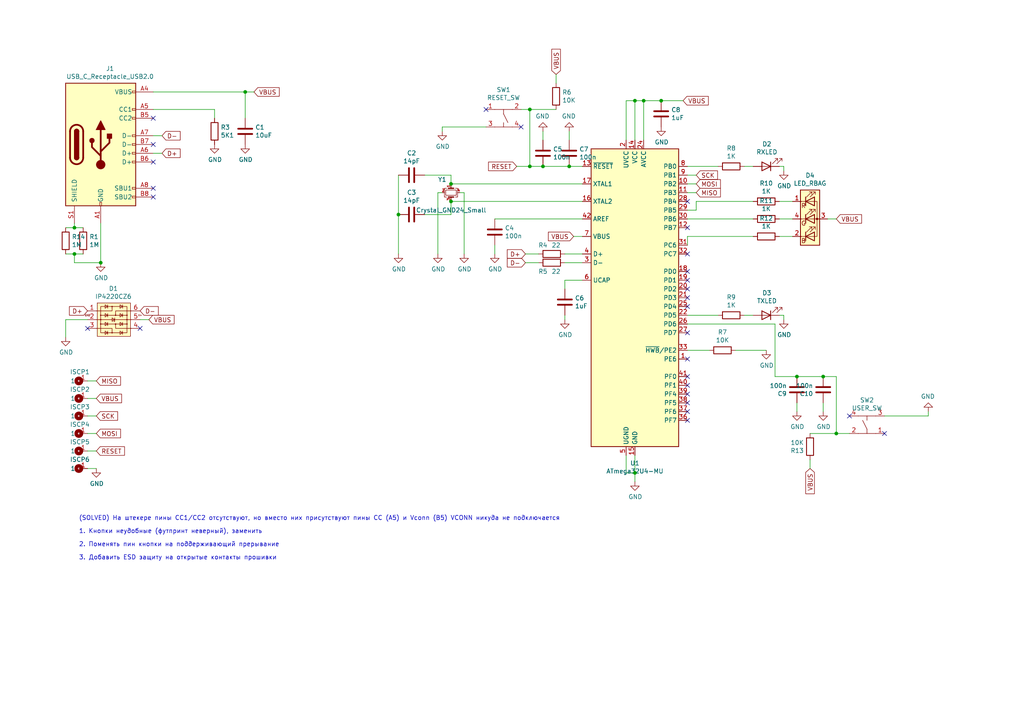
<source format=kicad_sch>
(kicad_sch (version 20211123) (generator eeschema)
  (paper "A4")
  (lib_symbols
    (symbol "Connector:USB_C_Receptacle_USB2.0" (pin_names (offset 1.016))
      (property "Reference" "J" (at -10.16 19.05 0))
      (property "Value" "USB_C_Receptacle_USB2.0" (at 19.05 19.05 0))
      (symbol "USB_C_Receptacle_USB2.0_0_0"
        (rectangle (start -0.254 -17.78) (end 0.254 -16.764))
        (rectangle (start 10.16 -14.986) (end 9.144 -15.494))
        (rectangle (start 10.16 -12.446) (end 9.144 -12.954))
        (rectangle (start 10.16 -4.826) (end 9.144 -5.334))
        (rectangle (start 10.16 -2.286) (end 9.144 -2.794))
        (rectangle (start 10.16 0.254) (end 9.144 -0.254))
        (rectangle (start 10.16 2.794) (end 9.144 2.286))
        (rectangle (start 10.16 7.874) (end 9.144 7.366))
        (rectangle (start 10.16 10.414) (end 9.144 9.906))
        (rectangle (start 10.16 15.494) (end 9.144 14.986))
      )
      (symbol "USB_C_Receptacle_USB2.0_0_1"
        (rectangle (start -10.16 17.78) (end 10.16 -17.78) (stroke (width 0.254)) (fill (type background)))
        (arc (start -8.89 -3.81) (mid -6.985 -5.715) (end -5.08 -3.81) (stroke (width 0.508)))
        (arc (start -7.62 -3.81) (mid -6.985 -4.445) (end -6.35 -3.81) (stroke (width 0.254)))
        (arc (start -7.62 -3.81) (mid -6.985 -4.445) (end -6.35 -3.81) (stroke (width 0.254)) (fill (type outline)))
        (rectangle (start -7.62 -3.81) (end -6.35 3.81) (stroke (width 0.254)) (fill (type outline)))
        (arc (start -6.35 3.81) (mid -6.985 4.445) (end -7.62 3.81) (stroke (width 0.254)))
        (arc (start -6.35 3.81) (mid -6.985 4.445) (end -7.62 3.81) (stroke (width 0.254)) (fill (type outline)))
        (arc (start -5.08 3.81) (mid -6.985 5.715) (end -8.89 3.81) (stroke (width 0.508)))
        (circle (center -2.54 1.143) (radius 0.635) (stroke (width 0.254)) (fill (type outline)))
        (circle (center 0 -5.842) (radius 1.27) (fill (type outline)))
        (polyline (pts (xy -8.89 -3.81) (xy -8.89 3.81)) (stroke (width 0.508)))
        (polyline (pts (xy -5.08 3.81) (xy -5.08 -3.81)) (stroke (width 0.508)))
        (polyline (pts (xy 0 -5.842) (xy 0 4.318)) (stroke (width 0.508)))
        (polyline (pts (xy 0 -3.302) (xy -2.54 -0.762) (xy -2.54 0.508)) (stroke (width 0.508)))
        (polyline (pts (xy 0 -2.032) (xy 2.54 0.508) (xy 2.54 1.778)) (stroke (width 0.508)))
        (polyline (pts (xy -1.27 4.318) (xy 0 6.858) (xy 1.27 4.318) (xy -1.27 4.318)) (stroke (width 0.254)) (fill (type outline)))
        (rectangle (start 1.905 1.778) (end 3.175 3.048) (stroke (width 0.254)) (fill (type outline)))
      )
      (symbol "USB_C_Receptacle_USB2.0_1_1"
        (pin passive line (at 0 -22.86 90) (length 5.08) (name "GND") (number "A1"))
        (pin passive line (at 0 -22.86 90) (length 5.08) hide (name "GND") (number "A12"))
        (pin passive line (at 15.24 15.24 180) (length 5.08) (name "VBUS") (number "A4"))
        (pin bidirectional line (at 15.24 10.16 180) (length 5.08) (name "CC1") (number "A5"))
        (pin bidirectional line (at 15.24 -2.54 180) (length 5.08) (name "D+") (number "A6"))
        (pin bidirectional line (at 15.24 2.54 180) (length 5.08) (name "D-") (number "A7"))
        (pin bidirectional line (at 15.24 -12.7 180) (length 5.08) (name "SBU1") (number "A8"))
        (pin passive line (at 15.24 15.24 180) (length 5.08) hide (name "VBUS") (number "A9"))
        (pin passive line (at 0 -22.86 90) (length 5.08) hide (name "GND") (number "B1"))
        (pin passive line (at 0 -22.86 90) (length 5.08) hide (name "GND") (number "B12"))
        (pin passive line (at 15.24 15.24 180) (length 5.08) hide (name "VBUS") (number "B4"))
        (pin bidirectional line (at 15.24 7.62 180) (length 5.08) (name "CC2") (number "B5"))
        (pin bidirectional line (at 15.24 -5.08 180) (length 5.08) (name "D+") (number "B6"))
        (pin bidirectional line (at 15.24 0 180) (length 5.08) (name "D-") (number "B7"))
        (pin bidirectional line (at 15.24 -15.24 180) (length 5.08) (name "SBU2") (number "B8"))
        (pin passive line (at 15.24 15.24 180) (length 5.08) hide (name "VBUS") (number "B9"))
        (pin passive line (at -7.62 -22.86 90) (length 5.08) (name "SHIELD") (number "S1"))
      )
    )
    (symbol "Device:C" (pin_numbers hide) (pin_names (offset 0.254))
      (property "Reference" "C" (at 0.635 2.54 0))
      (property "Value" "C" (at 0.635 -2.54 0))
      (symbol "C_0_1"
        (polyline (pts (xy -2.032 -0.762) (xy 2.032 -0.762)) (stroke (width 0.508)))
        (polyline (pts (xy -2.032 0.762) (xy 2.032 0.762)) (stroke (width 0.508)))
      )
      (symbol "C_1_1"
        (pin passive line (at 0 3.81 270) (length 2.794) (name "~") (number "1"))
        (pin passive line (at 0 -3.81 90) (length 2.794) (name "~") (number "2"))
      )
    )
    (symbol "Device:Crystal_GND24_Small" (pin_names (offset 1.016) hide)
      (property "Reference" "Y" (at 1.27 4.445 0))
      (property "Value" "Crystal_GND24_Small" (at 1.27 2.54 0))
      (symbol "Crystal_GND24_Small_0_1"
        (rectangle (start -0.762 -1.524) (end 0.762 1.524))
        (polyline (pts (xy -1.27 -0.762) (xy -1.27 0.762)) (stroke (width 0.381)))
        (polyline (pts (xy 1.27 -0.762) (xy 1.27 0.762)) (stroke (width 0.381)))
        (polyline (pts (xy -1.27 -1.27) (xy -1.27 -1.905) (xy 1.27 -1.905) (xy 1.27 -1.27)))
        (polyline (pts (xy -1.27 1.27) (xy -1.27 1.905) (xy 1.27 1.905) (xy 1.27 1.27)))
      )
      (symbol "Crystal_GND24_Small_1_1"
        (pin passive line (at -2.54 0 0) (length 1.27) (name "1") (number "1"))
        (pin passive line (at 0 -2.54 90) (length 0.635) (name "2") (number "2"))
        (pin passive line (at 2.54 0 180) (length 1.27) (name "3") (number "3"))
        (pin passive line (at 0 2.54 270) (length 0.635) (name "4") (number "4"))
      )
    )
    (symbol "Device:LED" (pin_numbers hide) (pin_names (offset 1.016) hide)
      (property "Reference" "D" (at 0 2.54 0))
      (property "Value" "LED" (at 0 -2.54 0))
      (symbol "LED_0_1"
        (polyline (pts (xy -1.27 -1.27) (xy -1.27 1.27)) (stroke (width 0.254)))
        (polyline (pts (xy -1.27 0) (xy 1.27 0)))
        (polyline (pts (xy 1.27 -1.27) (xy 1.27 1.27) (xy -1.27 0) (xy 1.27 -1.27)) (stroke (width 0.254)))
        (polyline (pts (xy -3.048 -0.762) (xy -4.572 -2.286) (xy -3.81 -2.286) (xy -4.572 -2.286) (xy -4.572 -1.524)))
        (polyline (pts (xy -1.778 -0.762) (xy -3.302 -2.286) (xy -2.54 -2.286) (xy -3.302 -2.286) (xy -3.302 -1.524)))
      )
      (symbol "LED_1_1"
        (pin passive line (at -3.81 0 0) (length 2.54) (name "K") (number "1"))
        (pin passive line (at 3.81 0 180) (length 2.54) (name "A") (number "2"))
      )
    )
    (symbol "Device:LED_RBAG" (pin_names (offset 0) hide)
      (property "Reference" "D" (at 0 9.398 0))
      (property "Value" "LED_RBAG" (at 0 -8.89 0))
      (symbol "LED_RBAG_0_0"
        (text "B" (at -1.905 -6.35 0) (effects (font (size 1.27 1.27))))
        (text "G" (at -1.905 -1.27 0) (effects (font (size 1.27 1.27))))
        (text "R" (at -1.905 3.81 0) (effects (font (size 1.27 1.27))))
      )
      (symbol "LED_RBAG_0_1"
        (polyline (pts (xy -1.27 -5.08) (xy -2.54 -5.08)))
        (polyline (pts (xy -1.27 -5.08) (xy 1.27 -5.08)))
        (polyline (pts (xy -1.27 -3.81) (xy -1.27 -6.35)) (stroke (width 0.254)))
        (polyline (pts (xy -1.27 0) (xy -2.54 0)))
        (polyline (pts (xy -1.27 1.27) (xy -1.27 -1.27)) (stroke (width 0.254)))
        (polyline (pts (xy -1.27 5.08) (xy -2.54 5.08)))
        (polyline (pts (xy -1.27 5.08) (xy 1.27 5.08)))
        (polyline (pts (xy -1.27 6.35) (xy -1.27 3.81)) (stroke (width 0.254)))
        (polyline (pts (xy 1.27 0) (xy -1.27 0)))
        (polyline (pts (xy 1.27 0) (xy 2.54 0)))
        (polyline (pts (xy -1.27 1.27) (xy -1.27 -1.27) (xy -1.27 -1.27)))
        (polyline (pts (xy -1.27 6.35) (xy -1.27 3.81) (xy -1.27 3.81)))
        (polyline (pts (xy 1.27 -5.08) (xy 2.032 -5.08) (xy 2.032 5.08) (xy 1.27 5.08)))
        (polyline (pts (xy 1.27 -3.81) (xy 1.27 -6.35) (xy -1.27 -5.08) (xy 1.27 -3.81)) (stroke (width 0.254)))
        (polyline (pts (xy 1.27 1.27) (xy 1.27 -1.27) (xy -1.27 0) (xy 1.27 1.27)) (stroke (width 0.254)))
        (polyline (pts (xy 1.27 6.35) (xy 1.27 3.81) (xy -1.27 5.08) (xy 1.27 6.35)) (stroke (width 0.254)))
        (polyline (pts (xy -1.016 -3.81) (xy 0.508 -2.286) (xy -0.254 -2.286) (xy 0.508 -2.286) (xy 0.508 -3.048)))
        (polyline (pts (xy -1.016 1.27) (xy 0.508 2.794) (xy -0.254 2.794) (xy 0.508 2.794) (xy 0.508 2.032)))
        (polyline (pts (xy -1.016 6.35) (xy 0.508 7.874) (xy -0.254 7.874) (xy 0.508 7.874) (xy 0.508 7.112)))
        (polyline (pts (xy 0 -3.81) (xy 1.524 -2.286) (xy 0.762 -2.286) (xy 1.524 -2.286) (xy 1.524 -3.048)))
        (polyline (pts (xy 0 1.27) (xy 1.524 2.794) (xy 0.762 2.794) (xy 1.524 2.794) (xy 1.524 2.032)))
        (polyline (pts (xy 0 6.35) (xy 1.524 7.874) (xy 0.762 7.874) (xy 1.524 7.874) (xy 1.524 7.112)))
        (rectangle (start 1.27 -1.27) (end 1.27 1.27))
        (rectangle (start 1.27 1.27) (end 1.27 1.27))
        (rectangle (start 1.27 3.81) (end 1.27 6.35))
        (rectangle (start 1.27 6.35) (end 1.27 6.35))
        (circle (center 2.032 0) (radius 0.254) (fill (type outline)))
        (rectangle (start 2.794 8.382) (end -2.794 -7.62) (stroke (width 0.254)) (fill (type background)))
      )
      (symbol "LED_RBAG_1_1"
        (pin passive line (at -5.08 5.08 0) (length 2.54) (name "RK") (number "1"))
        (pin passive line (at -5.08 -5.08 0) (length 2.54) (name "BK") (number "2"))
        (pin passive line (at 5.08 0 180) (length 2.54) (name "A") (number "3"))
        (pin passive line (at -5.08 0 0) (length 2.54) (name "GK") (number "4"))
      )
    )
    (symbol "Device:R" (pin_numbers hide) (pin_names (offset 0))
      (property "Reference" "R" (at 2.032 0 90))
      (property "Value" "R" (at 0 0 90))
      (symbol "R_0_1"
        (rectangle (start -1.016 -2.54) (end 1.016 2.54) (stroke (width 0.254)))
      )
      (symbol "R_1_1"
        (pin passive line (at 0 3.81 270) (length 1.27) (name "~") (number "1"))
        (pin passive line (at 0 -3.81 90) (length 1.27) (name "~") (number "2"))
      )
    )
    (symbol "MCU_Microchip_ATmega:ATmega32U4-MU"
      (property "Reference" "U" (at -12.7 44.45 0))
      (property "Value" "MCU_Microchip_ATmega_ATmega32U4-MU" (at 2.54 -44.45 0))
      (symbol "ATmega32U4-MU_0_1"
        (rectangle (start -12.7 -43.18) (end 12.7 43.18) (stroke (width 0.254)) (fill (type background)))
      )
      (symbol "ATmega32U4-MU_1_1"
        (pin bidirectional line (at 15.24 -17.78 180) (length 2.54) (name "PE6") (number "1"))
        (pin bidirectional line (at 15.24 33.02 180) (length 2.54) (name "PB2") (number "10"))
        (pin bidirectional line (at 15.24 30.48 180) (length 2.54) (name "PB3") (number "11"))
        (pin bidirectional line (at 15.24 20.32 180) (length 2.54) (name "PB7") (number "12"))
        (pin input line (at -15.24 38.1 0) (length 2.54) (name "~{RESET}") (number "13"))
        (pin power_in line (at 0 45.72 270) (length 2.54) (name "VCC") (number "14"))
        (pin power_in line (at 0 -45.72 90) (length 2.54) (name "GND") (number "15"))
        (pin output line (at -15.24 27.94 0) (length 2.54) (name "XTAL2") (number "16"))
        (pin input line (at -15.24 33.02 0) (length 2.54) (name "XTAL1") (number "17"))
        (pin bidirectional line (at 15.24 7.62 180) (length 2.54) (name "PD0") (number "18"))
        (pin bidirectional line (at 15.24 5.08 180) (length 2.54) (name "PD1") (number "19"))
        (pin power_in line (at -2.54 45.72 270) (length 2.54) (name "UVCC") (number "2"))
        (pin bidirectional line (at 15.24 2.54 180) (length 2.54) (name "PD2") (number "20"))
        (pin bidirectional line (at 15.24 0 180) (length 2.54) (name "PD3") (number "21"))
        (pin bidirectional line (at 15.24 -5.08 180) (length 2.54) (name "PD5") (number "22"))
        (pin passive line (at 0 -45.72 90) (length 2.54) hide (name "GND") (number "23"))
        (pin power_in line (at 2.54 45.72 270) (length 2.54) (name "AVCC") (number "24"))
        (pin bidirectional line (at 15.24 -2.54 180) (length 2.54) (name "PD4") (number "25"))
        (pin bidirectional line (at 15.24 -7.62 180) (length 2.54) (name "PD6") (number "26"))
        (pin bidirectional line (at 15.24 -10.16 180) (length 2.54) (name "PD7") (number "27"))
        (pin bidirectional line (at 15.24 27.94 180) (length 2.54) (name "PB4") (number "28"))
        (pin bidirectional line (at 15.24 25.4 180) (length 2.54) (name "PB5") (number "29"))
        (pin bidirectional line (at -15.24 10.16 0) (length 2.54) (name "D-") (number "3"))
        (pin bidirectional line (at 15.24 22.86 180) (length 2.54) (name "PB6") (number "30"))
        (pin bidirectional line (at 15.24 15.24 180) (length 2.54) (name "PC6") (number "31"))
        (pin bidirectional line (at 15.24 12.7 180) (length 2.54) (name "PC7") (number "32"))
        (pin bidirectional line (at 15.24 -15.24 180) (length 2.54) (name "~{HWB}/PE2") (number "33"))
        (pin passive line (at 0 45.72 270) (length 2.54) hide (name "VCC") (number "34"))
        (pin passive line (at 0 -45.72 90) (length 2.54) hide (name "GND") (number "35"))
        (pin bidirectional line (at 15.24 -35.56 180) (length 2.54) (name "PF7") (number "36"))
        (pin bidirectional line (at 15.24 -33.02 180) (length 2.54) (name "PF6") (number "37"))
        (pin bidirectional line (at 15.24 -30.48 180) (length 2.54) (name "PF5") (number "38"))
        (pin bidirectional line (at 15.24 -27.94 180) (length 2.54) (name "PF4") (number "39"))
        (pin bidirectional line (at -15.24 12.7 0) (length 2.54) (name "D+") (number "4"))
        (pin bidirectional line (at 15.24 -25.4 180) (length 2.54) (name "PF1") (number "40"))
        (pin bidirectional line (at 15.24 -22.86 180) (length 2.54) (name "PF0") (number "41"))
        (pin passive line (at -15.24 22.86 0) (length 2.54) (name "AREF") (number "42"))
        (pin passive line (at 0 -45.72 90) (length 2.54) hide (name "GND") (number "43"))
        (pin passive line (at 2.54 45.72 270) (length 2.54) hide (name "AVCC") (number "44"))
        (pin passive line (at 0 -45.72 90) (length 2.54) hide (name "GND") (number "45"))
        (pin passive line (at -2.54 -45.72 90) (length 2.54) (name "UGND") (number "5"))
        (pin passive line (at -15.24 5.08 0) (length 2.54) (name "UCAP") (number "6"))
        (pin input line (at -15.24 17.78 0) (length 2.54) (name "VBUS") (number "7"))
        (pin bidirectional line (at 15.24 38.1 180) (length 2.54) (name "PB0") (number "8"))
        (pin bidirectional line (at 15.24 35.56 180) (length 2.54) (name "PB1") (number "9"))
      )
    )
    (symbol "_kicad_testpads_symbol:test_pad_circle2mm" (pin_names (offset 1.016))
      (property "Reference" "TEST" (at 0 2.794 0))
      (symbol "test_pad_circle2mm_0_1"
        (circle (center 0 0) (radius 0.254) (stroke (width 1.016)))
      )
      (symbol "test_pad_circle2mm_1_1"
        (pin input line (at -2.54 0 0) (length 2.54) (name "1") (number "1"))
      )
    )
    (symbol "_mylib:IP4220CZ6" (pin_names (offset 1.016))
      (property "Reference" "D" (at -4.191 6.096 0))
      (property "Value" "_mylib_IP4220CZ6" (at 0 -6.35 0))
      (symbol "IP4220CZ6_0_0"
        (text "GND" (at -7.62 1.27 0) (effects (font (size 0.508 0.508) bold)))
        (text "V+" (at 7.62 1.27 0) (effects (font (size 0.508 0.508) bold)))
      )
      (symbol "IP4220CZ6_0_1"
        (rectangle (start -4.826 4.826) (end 4.826 -4.826) (fill (type background)))
        (circle (center -3.81 -1.27) (radius 0.127))
        (circle (center -3.81 0) (radius 0.127))
        (circle (center -3.81 1.27) (radius 0.127))
        (rectangle (start -3.81 3.81) (end 3.81 -3.81))
        (circle (center -0.508 -3.81) (radius 0.127))
        (circle (center -0.508 3.81) (radius 0.127))
        (polyline (pts (xy -5.08 0) (xy -4.826 0)))
        (polyline (pts (xy -4.318 -2.54) (xy -5.08 -2.54)))
        (polyline (pts (xy -4.318 0) (xy -4.826 0)))
        (polyline (pts (xy -4.318 2.54) (xy -5.08 2.54)))
        (polyline (pts (xy -3.81 -2.54) (xy -4.318 -2.54)))
        (polyline (pts (xy -3.81 0) (xy -4.318 0)))
        (polyline (pts (xy -3.81 1.27) (xy -3.81 1.27)))
        (polyline (pts (xy -3.81 2.54) (xy -4.318 2.54)))
        (polyline (pts (xy -3.302 -1.27) (xy -3.81 -1.27)))
        (polyline (pts (xy -3.302 1.27) (xy -3.81 1.27)))
        (polyline (pts (xy -3.302 1.27) (xy 3.302 1.27)))
        (polyline (pts (xy -1.778 -0.762) (xy -1.778 -1.778)))
        (polyline (pts (xy -1.778 1.778) (xy -1.778 0.762)))
        (polyline (pts (xy -1.778 4.318) (xy -1.778 3.302)))
        (polyline (pts (xy -0.508 -3.302) (xy -0.508 -3.81)))
        (polyline (pts (xy -0.508 3.302) (xy -0.508 3.81)))
        (polyline (pts (xy 0.254 -0.508) (xy 0 -0.508)))
        (polyline (pts (xy 0.254 0.508) (xy 0.254 -0.508)))
        (polyline (pts (xy 0.508 -1.524) (xy 0.508 -1.27)))
        (polyline (pts (xy 0.508 1.524) (xy 0.508 1.27)))
        (polyline (pts (xy 0.508 1.778) (xy 0.508 1.524)))
        (polyline (pts (xy 2.54 -3.302) (xy 2.54 -4.318)))
        (polyline (pts (xy 2.54 -0.762) (xy 2.54 -1.778)))
        (polyline (pts (xy 3.302 -1.27) (xy -3.302 -1.27)))
        (polyline (pts (xy 3.302 1.27) (xy 3.81 1.27)))
        (polyline (pts (xy 3.81 -2.54) (xy 4.318 -2.54)))
        (polyline (pts (xy 3.81 0) (xy -3.81 0)))
        (polyline (pts (xy 3.81 0) (xy 4.318 0)))
        (polyline (pts (xy 3.81 2.54) (xy 4.318 2.54)))
        (polyline (pts (xy 4.318 -2.54) (xy 4.826 -2.54)))
        (polyline (pts (xy 4.318 0) (xy 5.08 0)))
        (polyline (pts (xy 4.318 2.54) (xy 4.826 2.54)))
        (polyline (pts (xy 5.08 -2.54) (xy 4.826 -2.54)))
        (polyline (pts (xy 5.08 2.54) (xy 4.826 2.54)))
        (polyline (pts (xy -3.81 -2.54) (xy -0.508 -2.54) (xy -0.508 -3.302)))
        (polyline (pts (xy -1.778 -3.81) (xy -1.778 -3.302) (xy -1.778 -4.318)))
        (polyline (pts (xy -0.508 3.302) (xy -0.508 2.54) (xy -3.81 2.54)))
        (polyline (pts (xy 0.508 -1.524) (xy 0.508 -2.54) (xy 3.81 -2.54)))
        (polyline (pts (xy 0.508 1.778) (xy 0.508 2.54) (xy 3.81 2.54)))
        (polyline (pts (xy 2.54 1.27) (xy 2.54 1.778) (xy 2.54 0.762)))
        (polyline (pts (xy 3.302 -1.27) (xy 3.556 -1.27) (xy 3.81 -1.27)))
        (polyline (pts (xy -1.778 -3.81) (xy -2.54 -3.302) (xy -2.54 -4.318) (xy -1.778 -3.81)))
        (polyline (pts (xy -1.778 -1.27) (xy -2.54 -0.762) (xy -2.54 -1.778) (xy -1.778 -1.27)))
        (polyline (pts (xy -1.778 1.27) (xy -2.54 1.778) (xy -2.54 0.762) (xy -1.778 1.27)))
        (polyline (pts (xy -1.778 3.81) (xy -2.54 4.318) (xy -2.54 3.302) (xy -1.778 3.81)))
        (polyline (pts (xy 0.254 0) (xy -0.508 0.508) (xy -0.508 -0.508) (xy 0.254 0)))
        (polyline (pts (xy 2.54 -3.81) (xy 1.778 -3.302) (xy 1.778 -4.318) (xy 2.54 -3.81)))
        (polyline (pts (xy 2.54 -1.27) (xy 1.778 -0.762) (xy 1.778 -1.778) (xy 2.54 -1.27)))
        (polyline (pts (xy 2.54 1.27) (xy 1.778 1.778) (xy 1.778 0.762) (xy 2.54 1.27)))
        (polyline (pts (xy 2.54 4.318) (xy 2.54 3.302) (xy 2.54 3.81) (xy 1.778 4.318) (xy 1.778 3.302) (xy 2.54 3.81)))
        (circle (center 0.508 -1.27) (radius 0.127))
        (circle (center 0.508 1.27) (radius 0.127))
        (circle (center 3.81 -1.27) (radius 0.127))
        (circle (center 3.81 0) (radius 0.127))
        (circle (center 3.81 1.27) (radius 0.127))
      )
      (symbol "IP4220CZ6_1_1"
        (pin bidirectional line (at -7.62 2.54 0) (length 2.54) (name "~") (number "1"))
        (pin power_in line (at -7.62 0 0) (length 2.54) (name "~") (number "2"))
        (pin bidirectional line (at -7.62 -2.54 0) (length 2.54) (name "~") (number "3"))
        (pin bidirectional line (at 7.62 -2.54 180) (length 2.54) (name "~") (number "4"))
        (pin power_in line (at 7.62 0 180) (length 2.54) (name "~") (number "5"))
        (pin bidirectional line (at 7.62 2.54 180) (length 2.54) (name "~") (number "6"))
      )
    )
    (symbol "_mylib:tactile_switch_1" (pin_names (offset 1.016))
      (property "Reference" "SW" (at -5.08 6.35 0))
      (property "Value" "_mylib_tactile_switch_1" (at 0 -5.08 0))
      (symbol "tactile_switch_1_0_1"
        (polyline (pts (xy -2.54 2.54) (xy 2.54 2.54)))
        (polyline (pts (xy 0 -2.54) (xy 0 -1.27)))
        (polyline (pts (xy 0 1.27) (xy 1.27 -1.27)))
        (polyline (pts (xy 0 2.54) (xy 0 1.27)))
        (polyline (pts (xy 2.54 -2.54) (xy -2.54 -2.54)))
      )
      (symbol "tactile_switch_1_1_1"
        (pin passive line (at -5.08 2.54 0) (length 2.54) (name "~") (number "1"))
        (pin passive line (at 5.08 2.54 180) (length 2.54) (name "~") (number "2"))
        (pin passive line (at -5.08 -2.54 0) (length 2.54) (name "~") (number "3"))
        (pin passive line (at 5.08 -2.54 180) (length 2.54) (name "~") (number "4"))
      )
    )
    (symbol "power:GND" (power) (pin_names (offset 0))
      (property "Value" "GND" (at 0 -3.81 0))
      (symbol "GND_0_1"
        (polyline (pts (xy 0 0) (xy 0 -1.27) (xy 1.27 -1.27) (xy 0 -2.54) (xy -1.27 -1.27) (xy 0 -1.27)))
      )
      (symbol "GND_1_1"
        (pin power_in line (at 0 0 270) (length 0) hide (name "GND") (number "1"))
      )
    )
  )
  (junction (at 242.57 125.73))
  (junction (at 191.77 29.21))
  (junction (at 153.67 48.26))
  (junction (at 29.21 76.2))
  (junction (at 184.15 137.16))
  (junction (at 115.57 62.23))
  (junction (at 21.59 73.66))
  (junction (at 231.14 109.22))
  (junction (at 130.81 58.42))
  (junction (at 21.59 66.04))
  (junction (at 130.81 53.34))
  (junction (at 165.1 48.26))
  (junction (at 238.76 109.22))
  (junction (at 186.69 29.21))
  (junction (at 153.67 31.75))
  (junction (at 184.15 29.21))
  (junction (at 157.48 48.26))
  (junction (at 71.12 26.67))
  (no_connect (at 44.45 46.99))
  (no_connect (at 199.39 116.84))
  (no_connect (at 44.45 54.61))
  (no_connect (at 44.45 34.29))
  (no_connect (at 44.45 41.91))
  (no_connect (at 199.39 96.52))
  (no_connect (at 199.39 86.36))
  (no_connect (at 25.4 95.25))
  (no_connect (at 199.39 66.04))
  (no_connect (at 199.39 114.3))
  (no_connect (at 199.39 81.28))
  (no_connect (at 151.13 36.83))
  (no_connect (at 199.39 58.42))
  (no_connect (at 44.45 57.15))
  (no_connect (at 40.64 95.25))
  (no_connect (at 199.39 83.82))
  (no_connect (at 256.54 125.73))
  (no_connect (at 199.39 121.92))
  (no_connect (at 199.39 88.9))
  (no_connect (at 199.39 104.14))
  (no_connect (at 199.39 109.22))
  (no_connect (at 199.39 111.76))
  (no_connect (at 246.38 120.65))
  (no_connect (at 140.97 31.75))
  (no_connect (at 199.39 119.38))
  (no_connect (at 199.39 78.74))
  (no_connect (at 199.39 73.66))
  (wire (pts (xy 222.25 101.6) (xy 213.36 101.6)))
  (wire (pts (xy 201.93 58.42) (xy 201.93 60.96)))
  (wire (pts (xy 184.15 40.64) (xy 184.15 29.21)))
  (wire (pts (xy 165.1 48.26) (xy 157.48 48.26)))
  (wire (pts (xy 21.59 73.66) (xy 19.05 73.66)))
  (wire (pts (xy 127 55.88) (xy 127 73.66)))
  (wire (pts (xy 201.93 55.88) (xy 199.39 55.88)))
  (wire (pts (xy 71.12 26.67) (xy 71.12 34.29)))
  (wire (pts (xy 130.81 50.8) (xy 123.19 50.8)))
  (wire (pts (xy 256.54 120.65) (xy 269.24 120.65)))
  (wire (pts (xy 238.76 116.84) (xy 238.76 119.38)))
  (wire (pts (xy 130.81 58.42) (xy 130.81 62.23)))
  (wire (pts (xy 165.1 40.64) (xy 165.1 38.1)))
  (wire (pts (xy 246.38 125.73) (xy 242.57 125.73)))
  (wire (pts (xy 157.48 48.26) (xy 153.67 48.26)))
  (wire (pts (xy 184.15 137.16) (xy 184.15 132.08)))
  (wire (pts (xy 205.74 101.6) (xy 199.39 101.6)))
  (wire (pts (xy 227.33 48.26) (xy 227.33 49.53)))
  (wire (pts (xy 128.27 55.88) (xy 127 55.88)))
  (wire (pts (xy 21.59 66.04) (xy 19.05 66.04)))
  (wire (pts (xy 115.57 50.8) (xy 115.57 62.23)))
  (wire (pts (xy 115.57 73.66) (xy 115.57 62.23)))
  (wire (pts (xy 168.91 81.28) (xy 163.83 81.28)))
  (wire (pts (xy 218.44 48.26) (xy 215.9 48.26)))
  (wire (pts (xy 130.81 62.23) (xy 123.19 62.23)))
  (wire (pts (xy 163.83 81.28) (xy 163.83 83.82)))
  (wire (pts (xy 43.18 92.71) (xy 40.64 92.71)))
  (wire (pts (xy 161.29 24.13) (xy 161.29 21.59)))
  (wire (pts (xy 27.94 115.57) (xy 25.4 115.57)))
  (wire (pts (xy 184.15 29.21) (xy 186.69 29.21)))
  (wire (pts (xy 201.93 53.34) (xy 199.39 53.34)))
  (wire (pts (xy 181.61 40.64) (xy 181.61 29.21)))
  (wire (pts (xy 234.95 133.35) (xy 234.95 135.89)))
  (wire (pts (xy 44.45 39.37) (xy 46.99 39.37)))
  (wire (pts (xy 24.13 66.04) (xy 21.59 66.04)))
  (wire (pts (xy 168.91 63.5) (xy 143.51 63.5)))
  (wire (pts (xy 157.48 40.64) (xy 157.48 38.1)))
  (wire (pts (xy 27.94 110.49) (xy 25.4 110.49)))
  (wire (pts (xy 130.81 53.34) (xy 168.91 53.34)))
  (wire (pts (xy 134.62 73.66) (xy 134.62 55.88)))
  (wire (pts (xy 27.94 120.65) (xy 25.4 120.65)))
  (wire (pts (xy 218.44 68.58) (xy 199.39 68.58)))
  (wire (pts (xy 226.06 58.42) (xy 229.87 58.42)))
  (wire (pts (xy 163.83 73.66) (xy 168.91 73.66)))
  (wire (pts (xy 27.94 135.89) (xy 25.4 135.89)))
  (wire (pts (xy 73.66 26.67) (xy 71.12 26.67)))
  (wire (pts (xy 62.23 31.75) (xy 62.23 34.29)))
  (wire (pts (xy 231.14 116.84) (xy 231.14 119.38)))
  (wire (pts (xy 44.45 44.45) (xy 46.99 44.45)))
  (wire (pts (xy 156.21 76.2) (xy 152.4 76.2)))
  (wire (pts (xy 218.44 58.42) (xy 201.93 58.42)))
  (wire (pts (xy 226.06 68.58) (xy 229.87 68.58)))
  (wire (pts (xy 269.24 120.65) (xy 269.24 119.38)))
  (wire (pts (xy 201.93 60.96) (xy 199.39 60.96)))
  (wire (pts (xy 21.59 64.77) (xy 21.59 66.04)))
  (wire (pts (xy 21.59 76.2) (xy 29.21 76.2)))
  (wire (pts (xy 226.06 91.44) (xy 227.33 91.44)))
  (wire (pts (xy 181.61 29.21) (xy 184.15 29.21)))
  (wire (pts (xy 168.91 48.26) (xy 165.1 48.26)))
  (wire (pts (xy 242.57 63.5) (xy 240.03 63.5)))
  (wire (pts (xy 181.61 137.16) (xy 184.15 137.16)))
  (wire (pts (xy 181.61 132.08) (xy 181.61 137.16)))
  (wire (pts (xy 130.81 58.42) (xy 168.91 58.42)))
  (wire (pts (xy 27.94 125.73) (xy 25.4 125.73)))
  (wire (pts (xy 152.4 73.66) (xy 156.21 73.66)))
  (wire (pts (xy 151.13 31.75) (xy 153.67 31.75)))
  (wire (pts (xy 21.59 73.66) (xy 21.59 76.2)))
  (wire (pts (xy 153.67 48.26) (xy 149.86 48.26)))
  (wire (pts (xy 133.35 55.88) (xy 134.62 55.88)))
  (wire (pts (xy 186.69 29.21) (xy 191.77 29.21)))
  (wire (pts (xy 231.14 109.22) (xy 238.76 109.22)))
  (wire (pts (xy 143.51 73.66) (xy 143.51 71.12)))
  (wire (pts (xy 168.91 68.58) (xy 166.37 68.58)))
  (wire (pts (xy 242.57 125.73) (xy 234.95 125.73)))
  (wire (pts (xy 44.45 26.67) (xy 71.12 26.67)))
  (wire (pts (xy 21.59 73.66) (xy 24.13 73.66)))
  (wire (pts (xy 218.44 91.44) (xy 215.9 91.44)))
  (wire (pts (xy 163.83 91.44) (xy 163.83 92.71)))
  (wire (pts (xy 199.39 68.58) (xy 199.39 71.12)))
  (wire (pts (xy 186.69 40.64) (xy 186.69 29.21)))
  (wire (pts (xy 29.21 64.77) (xy 29.21 76.2)))
  (wire (pts (xy 224.79 93.98) (xy 199.39 93.98)))
  (wire (pts (xy 27.94 130.81) (xy 25.4 130.81)))
  (wire (pts (xy 208.28 91.44) (xy 199.39 91.44)))
  (wire (pts (xy 201.93 50.8) (xy 199.39 50.8)))
  (wire (pts (xy 224.79 109.22) (xy 224.79 93.98)))
  (wire (pts (xy 128.27 36.83) (xy 128.27 38.1)))
  (wire (pts (xy 168.91 76.2) (xy 163.83 76.2)))
  (wire (pts (xy 242.57 109.22) (xy 242.57 125.73)))
  (wire (pts (xy 184.15 139.7) (xy 184.15 137.16)))
  (wire (pts (xy 238.76 109.22) (xy 242.57 109.22)))
  (wire (pts (xy 191.77 29.21) (xy 198.12 29.21)))
  (wire (pts (xy 44.45 31.75) (xy 62.23 31.75)))
  (wire (pts (xy 153.67 31.75) (xy 161.29 31.75)))
  (wire (pts (xy 208.28 48.26) (xy 199.39 48.26)))
  (wire (pts (xy 153.67 31.75) (xy 153.67 48.26)))
  (wire (pts (xy 226.06 63.5) (xy 229.87 63.5)))
  (wire (pts (xy 227.33 91.44) (xy 227.33 92.71)))
  (wire (pts (xy 25.4 92.71) (xy 19.05 92.71)))
  (wire (pts (xy 218.44 63.5) (xy 199.39 63.5)))
  (wire (pts (xy 130.81 53.34) (xy 130.81 50.8)))
  (wire (pts (xy 19.05 92.71) (xy 19.05 97.79)))
  (wire (pts (xy 226.06 48.26) (xy 227.33 48.26)))
  (wire (pts (xy 231.14 109.22) (xy 224.79 109.22)))
  (wire (pts (xy 140.97 36.83) (xy 128.27 36.83)))
  (text "1. Кнопки неудобные (футпринт неверный), заменить" (at 22.86 154.94 0) (effects (font (size 1.27 1.27)) (justify left bottom)))
  (text "3. Добавить ESD защиту на открытые контакты прошивки" (at 22.86 162.56 0) (effects (font (size 1.27 1.27)) (justify left bottom)))
  (text "2. Поменять пин кнопки на поддерживающий прерывание" (at 22.86 158.75 0) (effects (font (size 1.27 1.27)) (justify left bottom)))
  (text "(SOLVED) На штекере пины CC1/CC2 отсутствуют, но вместо них присутствуют пины CC (A5) и Vconn (B5) VCONN никуда не подключается" (at 22.86 151.13 0) (effects (font (size 1.27 1.27)) (justify left bottom)))
  (global_label "VBUS" (shape input) (at 43.18 92.71 0) (property "Intersheet References" "${INTERSHEET_REFS}" (effects hide)))
  (global_label "VBUS" (shape input) (at 161.29 21.59 90) (property "Intersheet References" "${INTERSHEET_REFS}" (effects hide)))
  (global_label "D+" (shape input) (at 46.99 44.45 0) (property "Intersheet References" "${INTERSHEET_REFS}" (effects hide)))
  (global_label "MOSI" (shape input) (at 27.94 125.73 0) (property "Intersheet References" "${INTERSHEET_REFS}" (effects hide)))
  (global_label "D+" (shape input) (at 152.4 73.66 180) (property "Intersheet References" "${INTERSHEET_REFS}" (effects hide)))
  (global_label "VBUS" (shape input) (at 242.57 63.5 0) (property "Intersheet References" "${INTERSHEET_REFS}" (effects hide)))
  (global_label "D-" (shape input) (at 40.64 90.17 0) (property "Intersheet References" "${INTERSHEET_REFS}" (effects hide)))
  (global_label "SCK" (shape input) (at 201.93 50.8 0) (property "Intersheet References" "${INTERSHEET_REFS}" (effects hide)))
  (global_label "SCK" (shape input) (at 27.94 120.65 0) (property "Intersheet References" "${INTERSHEET_REFS}" (effects hide)))
  (global_label "D-" (shape input) (at 46.99 39.37 0) (property "Intersheet References" "${INTERSHEET_REFS}" (effects hide)))
  (global_label "MISO" (shape input) (at 201.93 55.88 0) (property "Intersheet References" "${INTERSHEET_REFS}" (effects hide)))
  (global_label "VBUS" (shape input) (at 198.12 29.21 0) (property "Intersheet References" "${INTERSHEET_REFS}" (effects hide)))
  (global_label "MOSI" (shape input) (at 201.93 53.34 0) (property "Intersheet References" "${INTERSHEET_REFS}" (effects hide)))
  (global_label "VBUS" (shape input) (at 27.94 115.57 0) (property "Intersheet References" "${INTERSHEET_REFS}" (effects hide)))
  (global_label "VBUS" (shape input) (at 166.37 68.58 180) (property "Intersheet References" "${INTERSHEET_REFS}" (effects hide)))
  (global_label "VBUS" (shape input) (at 73.66 26.67 0) (property "Intersheet References" "${INTERSHEET_REFS}" (effects hide)))
  (global_label "RESET" (shape input) (at 149.86 48.26 180) (property "Intersheet References" "${INTERSHEET_REFS}" (effects hide)))
  (global_label "VBUS" (shape input) (at 234.95 135.89 270) (property "Intersheet References" "${INTERSHEET_REFS}" (effects hide)))
  (global_label "D-" (shape input) (at 152.4 76.2 180) (property "Intersheet References" "${INTERSHEET_REFS}" (effects hide)))
  (global_label "MISO" (shape input) (at 27.94 110.49 0) (property "Intersheet References" "${INTERSHEET_REFS}" (effects hide)))
  (global_label "D+" (shape input) (at 25.4 90.17 180) (property "Intersheet References" "${INTERSHEET_REFS}" (effects hide)))
  (global_label "RESET" (shape input) (at 27.94 130.81 0) (property "Intersheet References" "${INTERSHEET_REFS}" (effects hide)))
  (symbol (lib_id "MCU_Microchip_ATmega:ATmega32U4-MU") (at 184.15 86.36 0) (unit 1)
    (property "Reference" "U1" (at 184.15 134.3406 0))
    (property "Value" "ATmega32U4-MU" (at 184.15 136.652 0))
    (property "Footprint" "Package_DFN_QFN:QFN-44-1EP_7x7mm_P0.5mm_EP5.2x5.2mm" (effects hide))
    (property "Datasheet" "http://ww1.microchip.com/downloads/en/DeviceDoc/Atmel-7766-8-bit-AVR-ATmega16U4-32U4_Datasheet.pdf" (effects hide))
  )
  (symbol (lib_id "Device:Crystal_GND24_Small") (at 130.81 55.88 270) (unit 1)
    (property "Reference" "Y1" (at 127 52.07 90) (effects (justify left)))
    (property "Value" "Crystal_GND24_Small" (at 120.65 60.96 90) (effects (justify left)))
    (property "Footprint" "Crystal:Crystal_SMD_2520-4Pin_2.5x2.0mm" (effects hide))
  )
  (symbol (lib_id "Device:C") (at 119.38 50.8 270) (unit 1)
    (property "Reference" "C2" (at 119.38 44.3992 90))
    (property "Value" "14pF" (at 119.38 46.7106 90))
    (property "Footprint" "Capacitor_SMD:C_0402_1005Metric_Pad0.74x0.62mm_HandSolder" (effects hide))
  )
  (symbol (lib_id "Device:C") (at 119.38 62.23 270) (unit 1)
    (property "Reference" "C3" (at 119.38 55.8292 90))
    (property "Value" "14pF" (at 119.38 58.1406 90))
    (property "Footprint" "Capacitor_SMD:C_0402_1005Metric_Pad0.74x0.62mm_HandSolder" (effects hide))
  )
  (symbol (lib_id "power:GND") (at 127 73.66 0) (unit 1)
    (property "Reference" "#PWR0102" (effects hide))
    (property "Value" "GND" (at 127.127 78.0542 0))
  )
  (symbol (lib_id "power:GND") (at 134.62 73.66 0) (unit 1)
    (property "Reference" "#PWR0103" (effects hide))
    (property "Value" "GND" (at 134.747 78.0542 0))
  )
  (symbol (lib_id "Connector:USB_C_Receptacle_USB2.0") (at 29.21 41.91 0) (unit 1)
    (property "Reference" "J1" (at 31.9278 19.8882 0))
    (property "Value" "USB_C_Receptacle_USB2.0" (at 31.9278 22.1996 0))
    (property "Footprint" "_mylib:USB_C_U261-24XN-4BS60" (effects hide))
    (property "Datasheet" "https://www.usb.org/sites/default/files/documents/usb_type-c.zip" (effects hide))
  )
  (symbol (lib_id "Device:R") (at 62.23 38.1 0) (unit 1)
    (property "Reference" "R3" (at 64.008 36.9316 0) (effects (justify left)))
    (property "Value" "5K1" (at 64.008 39.243 0) (effects (justify left)))
    (property "Footprint" "Resistor_SMD:R_0402_1005Metric_Pad0.72x0.64mm_HandSolder" (effects hide))
  )
  (symbol (lib_id "power:GND") (at 29.21 76.2 0) (unit 1)
    (property "Reference" "#PWR0101" (effects hide))
    (property "Value" "GND" (at 29.337 80.5942 0))
  )
  (symbol (lib_id "Device:R") (at 24.13 69.85 180) (unit 1)
    (property "Reference" "R1" (at 25.908 68.6816 0) (effects (justify right)))
    (property "Value" "1M" (at 25.908 70.993 0) (effects (justify right)))
    (property "Footprint" "Resistor_SMD:R_0402_1005Metric_Pad0.72x0.64mm_HandSolder" (effects hide))
  )
  (symbol (lib_id "Device:R") (at 160.02 73.66 270) (unit 1)
    (property "Reference" "R4" (at 157.48 71.12 90))
    (property "Value" "22" (at 161.29 71.12 90))
    (property "Footprint" "Resistor_SMD:R_0402_1005Metric_Pad0.72x0.64mm_HandSolder" (effects hide))
  )
  (symbol (lib_id "Device:R") (at 160.02 76.2 270) (unit 1)
    (property "Reference" "R5" (at 157.48 78.74 90))
    (property "Value" "22" (at 161.29 78.74 90))
    (property "Footprint" "Resistor_SMD:R_0402_1005Metric_Pad0.72x0.64mm_HandSolder" (effects hide))
  )
  (symbol (lib_id "Device:C") (at 163.83 87.63 0) (unit 1)
    (property "Reference" "C6" (at 166.751 86.4616 0) (effects (justify left)))
    (property "Value" "1uF" (at 166.751 88.773 0) (effects (justify left)))
    (property "Footprint" "Capacitor_SMD:C_0402_1005Metric_Pad0.74x0.62mm_HandSolder" (effects hide))
  )
  (symbol (lib_id "power:GND") (at 163.83 92.71 0) (unit 1)
    (property "Reference" "#PWR0104" (effects hide))
    (property "Value" "GND" (at 163.957 97.1042 0))
  )
  (symbol (lib_id "Device:C") (at 71.12 38.1 0) (unit 1)
    (property "Reference" "C1" (at 74.041 36.9316 0) (effects (justify left)))
    (property "Value" "10uF" (at 74.041 39.243 0) (effects (justify left)))
    (property "Footprint" "Capacitor_SMD:C_0402_1005Metric_Pad0.74x0.62mm_HandSolder" (effects hide))
  )
  (symbol (lib_id "power:GND") (at 62.23 41.91 0) (unit 1)
    (property "Reference" "#PWR0105" (effects hide))
    (property "Value" "GND" (at 62.357 46.3042 0))
  )
  (symbol (lib_id "power:GND") (at 71.12 41.91 0) (unit 1)
    (property "Reference" "#PWR0106" (effects hide))
    (property "Value" "GND" (at 71.247 46.3042 0))
  )
  (symbol (lib_id "power:GND") (at 115.57 73.66 0) (unit 1)
    (property "Reference" "#PWR0107" (effects hide))
    (property "Value" "GND" (at 115.697 78.0542 0))
  )
  (symbol (lib_id "_mylib:IP4220CZ6") (at 33.02 92.71 0) (unit 1)
    (property "Reference" "D1" (at 32.893 83.693 0))
    (property "Value" "IP4220CZ6" (at 32.893 86.0044 0))
    (property "Footprint" "_mylib:IP4220CZ6" (effects hide))
    (property "Datasheet" "https://static.chipdip.ru/lib/775/DOC002775688.pdf" (effects hide))
  )
  (symbol (lib_id "power:GND") (at 19.05 97.79 0) (unit 1)
    (property "Reference" "#PWR0109" (effects hide))
    (property "Value" "GND" (at 19.177 102.1842 0))
  )
  (symbol (lib_id "Device:LED_RBAG") (at 234.95 63.5 0) (unit 1)
    (property "Reference" "D4" (at 234.95 50.8762 0))
    (property "Value" "LED_RBAG" (at 234.95 53.1876 0))
    (property "Footprint" "_mylib:LED_RGB_FM-B2020RGBA-HG" (effects hide))
  )
  (symbol (lib_id "_mylib:tactile_switch_1") (at 146.05 34.29 0) (unit 1)
    (property "Reference" "SW1" (at 146.05 26.035 0))
    (property "Value" "RESET_SW" (at 146.05 28.3464 0))
    (property "Footprint" "_mylib:KLS7-TS5401" (effects hide))
    (property "Datasheet" "https://static.chipdip.ru/lib/465/DOC002465453.pdf" (effects hide))
  )
  (symbol (lib_id "Device:R") (at 161.29 27.94 0) (unit 1)
    (property "Reference" "R6" (at 163.068 26.7716 0) (effects (justify left)))
    (property "Value" "10K" (at 163.068 29.083 0) (effects (justify left)))
    (property "Footprint" "Resistor_SMD:R_0402_1005Metric_Pad0.72x0.64mm_HandSolder" (effects hide))
  )
  (symbol (lib_id "Device:C") (at 157.48 44.45 0) (unit 1)
    (property "Reference" "C5" (at 160.401 43.2816 0) (effects (justify left)))
    (property "Value" "100n" (at 160.401 45.593 0) (effects (justify left)))
    (property "Footprint" "Capacitor_SMD:C_0402_1005Metric_Pad0.74x0.62mm_HandSolder" (effects hide))
  )
  (symbol (lib_id "Device:C") (at 165.1 44.45 0) (unit 1)
    (property "Reference" "C7" (at 168.021 43.2816 0) (effects (justify left)))
    (property "Value" "100n" (at 168.021 45.593 0) (effects (justify left)))
    (property "Footprint" "Capacitor_SMD:C_0402_1005Metric_Pad0.74x0.62mm_HandSolder" (effects hide))
  )
  (symbol (lib_id "power:GND") (at 157.48 38.1 180) (unit 1)
    (property "Reference" "#PWR0110" (effects hide))
    (property "Value" "GND" (at 157.353 33.7058 0))
  )
  (symbol (lib_id "power:GND") (at 165.1 38.1 180) (unit 1)
    (property "Reference" "#PWR0111" (effects hide))
    (property "Value" "GND" (at 164.973 33.7058 0))
  )
  (symbol (lib_id "power:GND") (at 128.27 38.1 0) (unit 1)
    (property "Reference" "#PWR0112" (effects hide))
    (property "Value" "GND" (at 128.397 42.4942 0))
  )
  (symbol (lib_id "Device:C") (at 191.77 33.02 0) (unit 1)
    (property "Reference" "C8" (at 194.691 31.8516 0) (effects (justify left)))
    (property "Value" "1uF" (at 194.691 34.163 0) (effects (justify left)))
    (property "Footprint" "Capacitor_SMD:C_0402_1005Metric_Pad0.74x0.62mm_HandSolder" (effects hide))
  )
  (symbol (lib_id "power:GND") (at 191.77 36.83 0) (unit 1)
    (property "Reference" "#PWR0113" (effects hide))
    (property "Value" "GND" (at 191.897 41.2242 0))
  )
  (symbol (lib_id "power:GND") (at 184.15 139.7 0) (unit 1)
    (property "Reference" "#PWR0114" (effects hide))
    (property "Value" "GND" (at 184.277 144.0942 0))
  )
  (symbol (lib_id "Device:R") (at 222.25 58.42 270) (unit 1)
    (property "Reference" "R10" (at 222.25 53.1622 90))
    (property "Value" "1K" (at 222.25 55.4736 90))
    (property "Footprint" "Resistor_SMD:R_0402_1005Metric_Pad0.72x0.64mm_HandSolder" (effects hide))
  )
  (symbol (lib_id "Device:R") (at 222.25 63.5 270) (unit 1)
    (property "Reference" "R11" (at 222.25 58.2422 90))
    (property "Value" "1K" (at 222.25 60.5536 90))
    (property "Footprint" "Resistor_SMD:R_0402_1005Metric_Pad0.72x0.64mm_HandSolder" (effects hide))
  )
  (symbol (lib_id "Device:R") (at 222.25 68.58 270) (unit 1)
    (property "Reference" "R12" (at 222.25 63.3222 90))
    (property "Value" "1K" (at 222.25 65.6336 90))
    (property "Footprint" "Resistor_SMD:R_0402_1005Metric_Pad0.72x0.64mm_HandSolder" (effects hide))
  )
  (symbol (lib_id "Device:R") (at 209.55 101.6 270) (unit 1)
    (property "Reference" "R7" (at 209.55 96.3422 90))
    (property "Value" "10K" (at 209.55 98.6536 90))
    (property "Footprint" "Resistor_SMD:R_0402_1005Metric_Pad0.72x0.64mm_HandSolder" (effects hide))
  )
  (symbol (lib_id "power:GND") (at 222.25 101.6 0) (unit 1)
    (property "Reference" "#PWR0115" (effects hide))
    (property "Value" "GND" (at 222.377 105.9942 0))
  )
  (symbol (lib_id "Device:C") (at 143.51 67.31 0) (unit 1)
    (property "Reference" "C4" (at 146.431 66.1416 0) (effects (justify left)))
    (property "Value" "100n" (at 146.431 68.453 0) (effects (justify left)))
    (property "Footprint" "Capacitor_SMD:C_0402_1005Metric_Pad0.74x0.62mm_HandSolder" (effects hide))
  )
  (symbol (lib_id "power:GND") (at 143.51 73.66 0) (unit 1)
    (property "Reference" "#PWR0116" (effects hide))
    (property "Value" "GND" (at 143.637 78.0542 0))
  )
  (symbol (lib_id "_kicad_testpads_symbol:test_pad_circle2mm") (at 22.86 110.49 180) (unit 1)
    (property "Reference" "ISCP1" (at 23.1648 107.8738 0))
    (property "Value" "test_pad_circle2mm" (effects hide))
    (property "Footprint" "_kicad_selfmadeStandartFootprint:Pad_test" (effects hide))
  )
  (symbol (lib_id "_kicad_testpads_symbol:test_pad_circle2mm") (at 22.86 115.57 180) (unit 1)
    (property "Reference" "ISCP2" (at 23.1648 112.9538 0))
    (property "Value" "test_pad_circle2mm" (effects hide))
    (property "Footprint" "_kicad_selfmadeStandartFootprint:Pad_test" (effects hide))
  )
  (symbol (lib_id "_kicad_testpads_symbol:test_pad_circle2mm") (at 22.86 120.65 180) (unit 1)
    (property "Reference" "ISCP3" (at 23.1648 118.0338 0))
    (property "Value" "test_pad_circle2mm" (effects hide))
    (property "Footprint" "_kicad_selfmadeStandartFootprint:Pad_test" (effects hide))
  )
  (symbol (lib_id "_kicad_testpads_symbol:test_pad_circle2mm") (at 22.86 125.73 180) (unit 1)
    (property "Reference" "ISCP4" (at 23.1648 123.1138 0))
    (property "Value" "test_pad_circle2mm" (effects hide))
    (property "Footprint" "_kicad_selfmadeStandartFootprint:Pad_test" (effects hide))
  )
  (symbol (lib_id "_kicad_testpads_symbol:test_pad_circle2mm") (at 22.86 130.81 180) (unit 1)
    (property "Reference" "ISCP5" (at 23.1648 128.1938 0))
    (property "Value" "test_pad_circle2mm" (effects hide))
    (property "Footprint" "_kicad_selfmadeStandartFootprint:Pad_test" (effects hide))
  )
  (symbol (lib_id "_kicad_testpads_symbol:test_pad_circle2mm") (at 22.86 135.89 180) (unit 1)
    (property "Reference" "ISCP6" (at 23.1648 133.2738 0))
    (property "Value" "test_pad_circle2mm" (effects hide))
    (property "Footprint" "_kicad_selfmadeStandartFootprint:Pad_test" (effects hide))
  )
  (symbol (lib_id "power:GND") (at 27.94 135.89 0) (unit 1)
    (property "Reference" "#PWR0117" (effects hide))
    (property "Value" "GND" (at 28.067 140.2842 0))
  )
  (symbol (lib_id "Device:LED") (at 222.25 48.26 180) (unit 1)
    (property "Reference" "D2" (at 222.4278 41.783 0))
    (property "Value" "RXLED" (at 222.4278 44.0944 0))
    (property "Footprint" "_kicad_selfmadeStandartFootprint:LED_SMD_0402" (effects hide))
  )
  (symbol (lib_id "Device:LED") (at 222.25 91.44 180) (unit 1)
    (property "Reference" "D3" (at 222.4278 84.963 0))
    (property "Value" "TXLED" (at 222.4278 87.2744 0))
    (property "Footprint" "_kicad_selfmadeStandartFootprint:LED_SMD_0402" (effects hide))
  )
  (symbol (lib_id "Device:R") (at 212.09 48.26 270) (unit 1)
    (property "Reference" "R8" (at 212.09 43.0022 90))
    (property "Value" "1K" (at 212.09 45.3136 90))
    (property "Footprint" "Resistor_SMD:R_0402_1005Metric_Pad0.72x0.64mm_HandSolder" (effects hide))
  )
  (symbol (lib_id "Device:R") (at 212.09 91.44 270) (unit 1)
    (property "Reference" "R9" (at 212.09 86.1822 90))
    (property "Value" "1K" (at 212.09 88.4936 90))
    (property "Footprint" "Resistor_SMD:R_0402_1005Metric_Pad0.72x0.64mm_HandSolder" (effects hide))
  )
  (symbol (lib_id "power:GND") (at 227.33 49.53 0) (unit 1)
    (property "Reference" "#PWR0118" (effects hide))
    (property "Value" "GND" (at 227.457 53.9242 0))
  )
  (symbol (lib_id "power:GND") (at 227.33 92.71 0) (unit 1)
    (property "Reference" "#PWR0119" (effects hide))
    (property "Value" "GND" (at 227.457 97.1042 0))
  )
  (symbol (lib_id "_mylib:tactile_switch_1") (at 251.46 123.19 180) (unit 1)
    (property "Reference" "SW2" (at 251.46 116.0526 0))
    (property "Value" "USER_SW" (at 251.46 118.364 0))
    (property "Footprint" "_mylib:KLS7-TS5401" (effects hide))
    (property "Datasheet" "https://static.chipdip.ru/lib/465/DOC002465453.pdf" (effects hide))
  )
  (symbol (lib_id "Device:R") (at 234.95 129.54 180) (unit 1)
    (property "Reference" "R13" (at 233.172 130.7084 0) (effects (justify left)))
    (property "Value" "10K" (at 233.172 128.397 0) (effects (justify left)))
    (property "Footprint" "Resistor_SMD:R_0402_1005Metric_Pad0.72x0.64mm_HandSolder" (effects hide))
  )
  (symbol (lib_id "Device:C") (at 238.76 113.03 180) (unit 1)
    (property "Reference" "C10" (at 235.839 114.1984 0) (effects (justify left)))
    (property "Value" "100n" (at 235.839 111.887 0) (effects (justify left)))
    (property "Footprint" "Capacitor_SMD:C_0402_1005Metric_Pad0.74x0.62mm_HandSolder" (effects hide))
  )
  (symbol (lib_id "Device:C") (at 231.14 113.03 180) (unit 1)
    (property "Reference" "C9" (at 228.219 114.1984 0) (effects (justify left)))
    (property "Value" "100n" (at 228.219 111.887 0) (effects (justify left)))
    (property "Footprint" "Capacitor_SMD:C_0402_1005Metric_Pad0.74x0.62mm_HandSolder" (effects hide))
  )
  (symbol (lib_id "power:GND") (at 238.76 119.38 0) (unit 1)
    (property "Reference" "#PWR0120" (effects hide))
    (property "Value" "GND" (at 238.887 123.7742 0))
  )
  (symbol (lib_id "power:GND") (at 231.14 119.38 0) (unit 1)
    (property "Reference" "#PWR0121" (effects hide))
    (property "Value" "GND" (at 231.267 123.7742 0))
  )
  (symbol (lib_id "power:GND") (at 269.24 119.38 180) (unit 1)
    (property "Reference" "#PWR0122" (effects hide))
    (property "Value" "GND" (at 269.113 114.9858 0))
  )
  (symbol (lib_id "Device:R") (at 19.05 69.85 180) (unit 1)
    (property "Reference" "R14" (at 20.828 68.6816 0) (effects (justify right)))
    (property "Value" "1M" (at 20.828 70.993 0) (effects (justify right)))
    (property "Footprint" "Resistor_SMD:R_0402_1005Metric_Pad0.72x0.64mm_HandSolder" (effects hide))
  )
)
</source>
